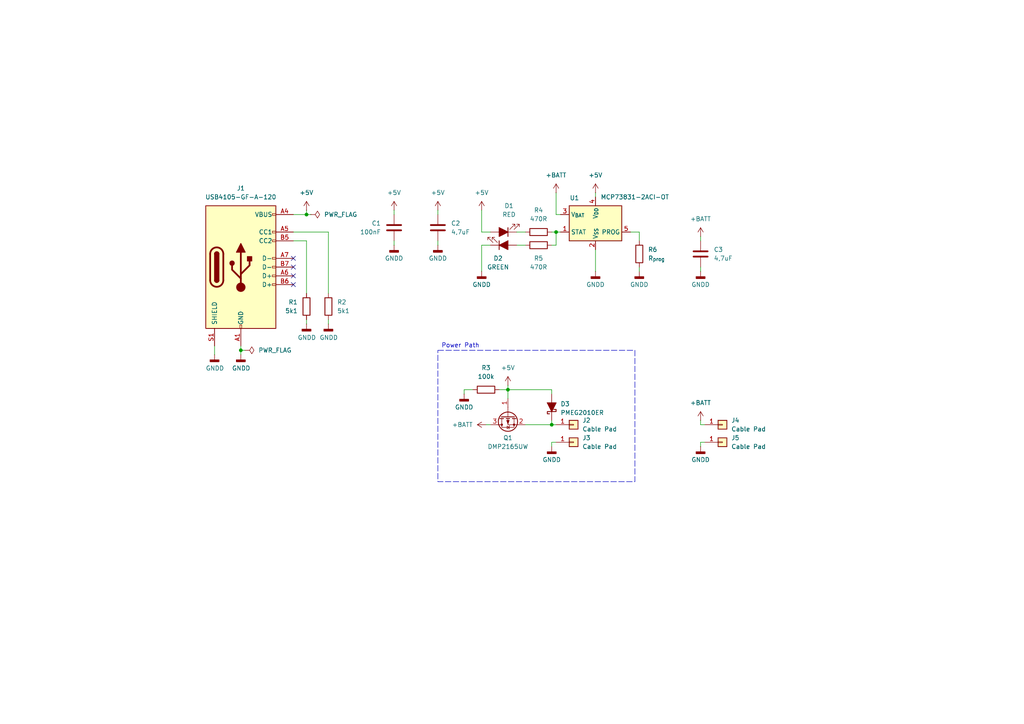
<source format=kicad_sch>
(kicad_sch (version 20231120) (generator "eeschema") (generator_version "8.0")
  (paper "A4")
  (title_block (title "LMS Charger") (date "2024-08-22") (rev "v0.2.0-L") (company "Petr Vilím"))
  (lib_symbols
    (symbol "Battery_Management:MCP73831-2-OT"
      (property "Reference" "U" (at -7.62 6.35 0))
      (property "Value" "MCP73831-2-OT" (at 1.27 6.35 0))
      (symbol "MCP73831-2-OT_0_1"
        (rectangle (start -7.62 5.08) (end 7.62 -5.08) (stroke (width 0.254)) (fill (type background)))
      )
      (symbol "MCP73831-2-OT_1_1"
        (pin tri_state line (at 10.16 -2.54 180) (length 2.54) (name "STAT") (number "1"))
        (pin power_in line (at 0 -7.62 90) (length 2.54) (name "V_{SS}") (number "2"))
        (pin power_out line (at 10.16 2.54 180) (length 2.54) (name "V_{BAT}") (number "3"))
        (pin power_in line (at 0 7.62 270) (length 2.54) (name "V_{DD}") (number "4"))
        (pin input line (at -10.16 -2.54 0) (length 2.54) (name "PROG") (number "5"))
      )
    )
    (symbol "Connector:USB_C_Receptacle_USB2.0_14P" (pin_names (offset 1.016))
      (property "Reference" "J" (at 0 22.225 0))
      (property "Value" "USB_C_Receptacle_USB2.0_14P" (at 0 19.685 0))
      (symbol "USB_C_Receptacle_USB2.0_14P_0_0"
        (rectangle (start -0.254 -17.78) (end 0.254 -16.764))
        (rectangle (start 10.16 -4.826) (end 9.144 -5.334))
        (rectangle (start 10.16 -2.286) (end 9.144 -2.794))
        (rectangle (start 10.16 0.254) (end 9.144 -0.254))
        (rectangle (start 10.16 2.794) (end 9.144 2.286))
        (rectangle (start 10.16 7.874) (end 9.144 7.366))
        (rectangle (start 10.16 10.414) (end 9.144 9.906))
        (rectangle (start 10.16 15.494) (end 9.144 14.986))
      )
      (symbol "USB_C_Receptacle_USB2.0_14P_0_1"
        (rectangle (start -10.16 17.78) (end 10.16 -17.78) (stroke (width 0.254)) (fill (type background)))
        (arc (start -8.89 -3.81) (mid -6.985 -5.7067) (end -5.08 -3.81) (stroke (width 0.508)))
        (arc (start -7.62 -3.81) (mid -6.985 -4.4423) (end -6.35 -3.81) (stroke (width 0.254)))
        (arc (start -7.62 -3.81) (mid -6.985 -4.4423) (end -6.35 -3.81) (stroke (width 0.254)) (fill (type outline)))
        (rectangle (start -7.62 -3.81) (end -6.35 3.81) (stroke (width 0.254)) (fill (type outline)))
        (arc (start -6.35 3.81) (mid -6.985 4.4423) (end -7.62 3.81) (stroke (width 0.254)))
        (arc (start -6.35 3.81) (mid -6.985 4.4423) (end -7.62 3.81) (stroke (width 0.254)) (fill (type outline)))
        (arc (start -5.08 3.81) (mid -6.985 5.7067) (end -8.89 3.81) (stroke (width 0.508)))
        (circle (center -2.54 1.143) (radius 0.635) (stroke (width 0.254)) (fill (type outline)))
        (circle (center 0 -5.842) (radius 1.27) (fill (type outline)))
        (polyline (pts (xy -8.89 -3.81) (xy -8.89 3.81)) (stroke (width 0.508)))
        (polyline (pts (xy -5.08 3.81) (xy -5.08 -3.81)) (stroke (width 0.508)))
        (polyline (pts (xy 0 -5.842) (xy 0 4.318)) (stroke (width 0.508)))
        (polyline (pts (xy 0 -3.302) (xy -2.54 -0.762) (xy -2.54 0.508)) (stroke (width 0.508)))
        (polyline (pts (xy 0 -2.032) (xy 2.54 0.508) (xy 2.54 1.778)) (stroke (width 0.508)))
        (polyline (pts (xy -1.27 4.318) (xy 0 6.858) (xy 1.27 4.318) (xy -1.27 4.318)) (stroke (width 0.254)) (fill (type outline)))
        (rectangle (start 1.905 1.778) (end 3.175 3.048) (stroke (width 0.254)) (fill (type outline)))
      )
      (symbol "USB_C_Receptacle_USB2.0_14P_1_1"
        (pin passive line (at 0 -22.86 90) (length 5.08) (name "GND") (number "A1"))
        (pin passive line (at 0 -22.86 90) (length 5.08) hide (name "GND") (number "A12"))
        (pin passive line (at 15.24 15.24 180) (length 5.08) (name "VBUS") (number "A4"))
        (pin bidirectional line (at 15.24 10.16 180) (length 5.08) (name "CC1") (number "A5"))
        (pin bidirectional line (at 15.24 -2.54 180) (length 5.08) (name "D+") (number "A6"))
        (pin bidirectional line (at 15.24 2.54 180) (length 5.08) (name "D-") (number "A7"))
        (pin passive line (at 15.24 15.24 180) (length 5.08) hide (name "VBUS") (number "A9"))
        (pin passive line (at 0 -22.86 90) (length 5.08) hide (name "GND") (number "B1"))
        (pin passive line (at 0 -22.86 90) (length 5.08) hide (name "GND") (number "B12"))
        (pin passive line (at 15.24 15.24 180) (length 5.08) hide (name "VBUS") (number "B4"))
        (pin bidirectional line (at 15.24 7.62 180) (length 5.08) (name "CC2") (number "B5"))
        (pin bidirectional line (at 15.24 -5.08 180) (length 5.08) (name "D+") (number "B6"))
        (pin bidirectional line (at 15.24 0 180) (length 5.08) (name "D-") (number "B7"))
        (pin passive line (at 15.24 15.24 180) (length 5.08) hide (name "VBUS") (number "B9"))
        (pin passive line (at -7.62 -22.86 90) (length 5.08) (name "SHIELD") (number "S1"))
      )
    )
    (symbol "Connector_Generic:Conn_01x01" (pin_names (offset 1.016) hide)
      (property "Reference" "J" (at 0 2.54 0))
      (property "Value" "Conn_01x01" (at 0 -2.54 0))
      (symbol "Conn_01x01_1_1"
        (rectangle (start -1.27 0.127) (end 0 -0.127) (stroke (width 0.1524)))
        (rectangle (start -1.27 1.27) (end 1.27 -1.27) (stroke (width 0.254)) (fill (type background)))
        (pin passive line (at -5.08 0 0) (length 3.81) (name "Pin_1") (number "1"))
      )
    )
    (symbol "Device:C" (pin_numbers hide) (pin_names (offset 0.254))
      (property "Reference" "C" (at 0.635 2.54 0))
      (property "Value" "C" (at 0.635 -2.54 0))
      (symbol "C_0_1"
        (polyline (pts (xy -2.032 -0.762) (xy 2.032 -0.762)) (stroke (width 0.508)))
        (polyline (pts (xy -2.032 0.762) (xy 2.032 0.762)) (stroke (width 0.508)))
      )
      (symbol "C_1_1"
        (pin passive line (at 0 3.81 270) (length 2.794) (name "~") (number "1"))
        (pin passive line (at 0 -3.81 90) (length 2.794) (name "~") (number "2"))
      )
    )
    (symbol "Device:D_Schottky_Filled" (pin_numbers hide) (pin_names (offset 1.016) hide)
      (property "Reference" "D" (at 0 2.54 0))
      (property "Value" "D_Schottky_Filled" (at 0 -2.54 0))
      (symbol "D_Schottky_Filled_0_1"
        (polyline (pts (xy 1.27 0) (xy -1.27 0)))
        (polyline (pts (xy 1.27 1.27) (xy 1.27 -1.27) (xy -1.27 0) (xy 1.27 1.27)) (stroke (width 0.254)) (fill (type outline)))
        (polyline (pts (xy -1.905 0.635) (xy -1.905 1.27) (xy -1.27 1.27) (xy -1.27 -1.27) (xy -0.635 -1.27) (xy -0.635 -0.635)) (stroke (width 0.254)))
      )
      (symbol "D_Schottky_Filled_1_1"
        (pin passive line (at -3.81 0 0) (length 2.54) (name "K") (number "1"))
        (pin passive line (at 3.81 0 180) (length 2.54) (name "A") (number "2"))
      )
    )
    (symbol "Device:Q_PMOS_GSD" (pin_names (offset 0) hide)
      (property "Reference" "Q" (at 5.08 1.27 0))
      (property "Value" "Q_PMOS_GSD" (at 5.08 -1.27 0))
      (symbol "Q_PMOS_GSD_0_1"
        (polyline (pts (xy 0.254 0) (xy -2.54 0)))
        (polyline (pts (xy 0.254 1.905) (xy 0.254 -1.905)) (stroke (width 0.254)))
        (polyline (pts (xy 0.762 -1.27) (xy 0.762 -2.286)) (stroke (width 0.254)))
        (polyline (pts (xy 0.762 0.508) (xy 0.762 -0.508)) (stroke (width 0.254)))
        (polyline (pts (xy 0.762 2.286) (xy 0.762 1.27)) (stroke (width 0.254)))
        (polyline (pts (xy 2.54 2.54) (xy 2.54 1.778)))
        (polyline (pts (xy 2.54 -2.54) (xy 2.54 0) (xy 0.762 0)))
        (polyline (pts (xy 0.762 1.778) (xy 3.302 1.778) (xy 3.302 -1.778) (xy 0.762 -1.778)))
        (polyline (pts (xy 2.286 0) (xy 1.27 0.381) (xy 1.27 -0.381) (xy 2.286 0)) (fill (type outline)))
        (polyline (pts (xy 2.794 -0.508) (xy 2.921 -0.381) (xy 3.683 -0.381) (xy 3.81 -0.254)))
        (polyline (pts (xy 3.302 -0.381) (xy 2.921 0.254) (xy 3.683 0.254) (xy 3.302 -0.381)))
        (circle (center 1.651 0) (radius 2.794) (stroke (width 0.254)))
        (circle (center 2.54 -1.778) (radius 0.254) (fill (type outline)))
        (circle (center 2.54 1.778) (radius 0.254) (fill (type outline)))
      )
      (symbol "Q_PMOS_GSD_1_1"
        (pin input line (at -5.08 0 0) (length 2.54) (name "G") (number "1"))
        (pin passive line (at 2.54 -5.08 90) (length 2.54) (name "S") (number "2"))
        (pin passive line (at 2.54 5.08 270) (length 2.54) (name "D") (number "3"))
      )
    )
    (symbol "Device:R" (pin_numbers hide) (pin_names (offset 0))
      (property "Reference" "R" (at 2.032 0 90))
      (property "Value" "R" (at 0 0 90))
      (symbol "R_0_1"
        (rectangle (start -1.016 -2.54) (end 1.016 2.54) (stroke (width 0.254)))
      )
      (symbol "R_1_1"
        (pin passive line (at 0 3.81 270) (length 1.27) (name "~") (number "1"))
        (pin passive line (at 0 -3.81 90) (length 1.27) (name "~") (number "2"))
      )
    )
    (symbol "V_General:LED_ALT" (pin_numbers hide) (pin_names (offset 1.016) hide)
      (property "Reference" "D?" (at -0.1778 -6.477 0))
      (property "Value" "YELLOW" (at -0.1778 -4.1656 0))
      (symbol "LED_ALT_0_1"
        (polyline (pts (xy -1.27 -1.27) (xy -1.27 1.27)) (stroke (width 0.254)))
        (polyline (pts (xy -1.27 0) (xy 1.27 0)))
        (polyline (pts (xy 1.27 -1.27) (xy 1.27 1.27) (xy -1.27 0) (xy 1.27 -1.27)) (stroke (width 0.254)) (fill (type outline)))
        (polyline (pts (xy -3.048 -0.762) (xy -4.572 -2.286) (xy -3.81 -2.286) (xy -4.572 -2.286) (xy -4.572 -1.524)))
        (polyline (pts (xy -1.778 -0.762) (xy -3.302 -2.286) (xy -2.54 -2.286) (xy -3.302 -2.286) (xy -3.302 -1.524)))
      )
      (symbol "LED_ALT_1_1"
        (pin passive line (at -3.81 0 0) (length 2.54) (name "K") (number "1"))
        (pin passive line (at 3.81 0 180) (length 2.54) (name "A") (number "2"))
      )
    )
    (symbol "power:+5V" (power) (pin_numbers hide) (pin_names (offset 0) hide)
      (property "Value" "+5V" (at 0 3.556 0))
      (symbol "+5V_0_1"
        (polyline (pts (xy -0.762 1.27) (xy 0 2.54)))
        (polyline (pts (xy 0 0) (xy 0 2.54)))
        (polyline (pts (xy 0 2.54) (xy 0.762 1.27)))
      )
      (symbol "+5V_1_1"
        (pin power_in line (at 0 0 90) (length 0) (name "~") (number "1"))
      )
    )
    (symbol "power:+BATT" (power) (pin_numbers hide) (pin_names (offset 0) hide)
      (property "Value" "+BATT" (at 0 3.556 0))
      (symbol "+BATT_0_1"
        (polyline (pts (xy -0.762 1.27) (xy 0 2.54)))
        (polyline (pts (xy 0 0) (xy 0 2.54)))
        (polyline (pts (xy 0 2.54) (xy 0.762 1.27)))
      )
      (symbol "+BATT_1_1"
        (pin power_in line (at 0 0 90) (length 0) (name "~") (number "1"))
      )
    )
    (symbol "power:GNDD" (power) (pin_numbers hide) (pin_names (offset 0) hide)
      (property "Value" "GNDD" (at 0 -3.175 0))
      (symbol "GNDD_0_1"
        (rectangle (start -1.27 -1.524) (end 1.27 -2.032) (stroke (width 0.254)) (fill (type outline)))
        (polyline (pts (xy 0 0) (xy 0 -1.524)))
      )
      (symbol "GNDD_1_1"
        (pin power_in line (at 0 0 270) (length 0) (name "~") (number "1"))
      )
    )
    (symbol "power:PWR_FLAG" (power) (pin_numbers hide) (pin_names (offset 0) hide)
      (property "Value" "PWR_FLAG" (at 0 3.81 0))
      (symbol "PWR_FLAG_0_0"
        (pin power_out line (at 0 0 90) (length 0) (name "~") (number "1"))
      )
      (symbol "PWR_FLAG_0_1"
        (polyline (pts (xy 0 0) (xy 0 1.27) (xy -1.016 1.905) (xy 0 2.54) (xy 1.016 1.905) (xy 0 1.27)))
      )
    )
  )
  (junction (at 147.32 113.03))
  (junction (at 88.9 62.23))
  (junction (at 69.85 101.6))
  (junction (at 160.02 123.19))
  (junction (at 161.29 67.31))
  (no_connect (at 85.09 80.01))
  (no_connect (at 85.09 77.47))
  (no_connect (at 85.09 74.93))
  (no_connect (at 85.09 82.55))
  (wire (pts (xy 161.29 55.88) (xy 161.29 62.23)))
  (wire (pts (xy 204.47 128.27) (xy 203.2 128.27)))
  (wire (pts (xy 142.24 67.31) (xy 139.7 67.31)))
  (wire (pts (xy 160.02 128.27) (xy 160.02 129.54)))
  (wire (pts (xy 88.9 85.09) (xy 88.9 69.85)))
  (wire (pts (xy 203.2 128.27) (xy 203.2 129.54)))
  (wire (pts (xy 69.85 101.6) (xy 71.12 101.6)))
  (wire (pts (xy 127 69.85) (xy 127 71.12)))
  (wire (pts (xy 85.09 69.85) (xy 88.9 69.85)))
  (wire (pts (xy 139.7 71.12) (xy 139.7 78.74)))
  (wire (pts (xy 182.88 67.31) (xy 185.42 67.31)))
  (wire (pts (xy 88.9 92.71) (xy 88.9 93.98)))
  (wire (pts (xy 69.85 100.33) (xy 69.85 101.6)))
  (wire (pts (xy 185.42 77.47) (xy 185.42 78.74)))
  (wire (pts (xy 160.02 121.92) (xy 160.02 123.19)))
  (wire (pts (xy 95.25 67.31) (xy 95.25 85.09)))
  (wire (pts (xy 152.4 123.19) (xy 160.02 123.19)))
  (wire (pts (xy 134.62 113.03) (xy 134.62 114.3)))
  (wire (pts (xy 203.2 121.92) (xy 203.2 123.19)))
  (wire (pts (xy 161.29 67.31) (xy 161.29 71.12)))
  (wire (pts (xy 140.97 123.19) (xy 142.24 123.19)))
  (wire (pts (xy 161.29 67.31) (xy 162.56 67.31)))
  (wire (pts (xy 88.9 60.96) (xy 88.9 62.23)))
  (wire (pts (xy 160.02 67.31) (xy 161.29 67.31)))
  (wire (pts (xy 85.09 62.23) (xy 88.9 62.23)))
  (wire (pts (xy 139.7 60.96) (xy 139.7 67.31)))
  (wire (pts (xy 144.78 113.03) (xy 147.32 113.03)))
  (wire (pts (xy 62.23 100.33) (xy 62.23 102.87)))
  (wire (pts (xy 149.86 67.31) (xy 152.4 67.31)))
  (wire (pts (xy 88.9 62.23) (xy 90.17 62.23)))
  (wire (pts (xy 185.42 67.31) (xy 185.42 69.85)))
  (wire (pts (xy 160.02 114.3) (xy 160.02 113.03)))
  (wire (pts (xy 147.32 113.03) (xy 147.32 115.57)))
  (wire (pts (xy 204.47 123.19) (xy 203.2 123.19)))
  (wire (pts (xy 161.29 128.27) (xy 160.02 128.27)))
  (wire (pts (xy 160.02 71.12) (xy 161.29 71.12)))
  (wire (pts (xy 69.85 101.6) (xy 69.85 102.87)))
  (wire (pts (xy 172.72 72.39) (xy 172.72 78.74)))
  (wire (pts (xy 203.2 68.58) (xy 203.2 69.85)))
  (wire (pts (xy 149.86 71.12) (xy 152.4 71.12)))
  (wire (pts (xy 147.32 113.03) (xy 160.02 113.03)))
  (wire (pts (xy 127 60.96) (xy 127 62.23)))
  (wire (pts (xy 160.02 123.19) (xy 161.29 123.19)))
  (wire (pts (xy 147.32 111.76) (xy 147.32 113.03)))
  (wire (pts (xy 95.25 92.71) (xy 95.25 93.98)))
  (wire (pts (xy 142.24 71.12) (xy 139.7 71.12)))
  (wire (pts (xy 114.3 60.96) (xy 114.3 62.23)))
  (wire (pts (xy 137.16 113.03) (xy 134.62 113.03)))
  (wire (pts (xy 203.2 77.47) (xy 203.2 78.74)))
  (wire (pts (xy 114.3 69.85) (xy 114.3 71.12)))
  (wire (pts (xy 85.09 67.31) (xy 95.25 67.31)))
  (wire (pts (xy 172.72 55.88) (xy 172.72 57.15)))
  (wire (pts (xy 162.56 62.23) (xy 161.29 62.23)))
  (rectangle (start 127 101.6) (end 184.15 139.7) (stroke (width 0) (type dash)))
  (text "Power Path" (at 128.016 100.33 0) (effects (font (size 1.27 1.27)) (justify left)))
  (symbol (lib_id "Device:Q_PMOS_GSD") (at 147.32 120.65 90) (mirror x) (unit 1)
    (property "Reference" "Q1" (at 147.32 127 90))
    (property "Value" "DMP2165UW" (at 147.32 129.54 90))
    (property "Footprint" "Package_TO_SOT_SMD:SOT-323_SC-70" (effects (hide yes)))
    (property "Description" "P-MOSFET transistor, gate/source/drain" (effects (hide yes)))
  )
  (symbol (lib_id "power:+5V") (at 114.3 60.96 0) (unit 1)
    (property "Reference" "#PWR06" (effects (hide yes)))
    (property "Value" "+5V" (at 114.3 55.88 0))
    (property "Description" "Power symbol creates a global label with name \"+5V\"" (effects (hide yes)))
  )
  (symbol (lib_id "Connector_Generic:Conn_01x01") (at 166.37 128.27 0) (unit 1)
    (property "Reference" "J3" (at 168.91 126.9999 0) (effects (justify left)))
    (property "Value" "Cable Pad" (at 168.91 129.5399 0) (effects (justify left)))
    (property "Footprint" "Custom_Connectors:SMD_Cable_pad_1" (effects (hide yes)))
    (property "Description" "Generic connector, single row, 01x01, script generated (kicad-library-utils/schlib/autogen/connector/)" (effects (hide yes)))
  )
  (symbol (lib_id "power:GNDD") (at 160.02 129.54 0) (unit 1)
    (property "Reference" "#PWR015" (effects (hide yes)))
    (property "Value" "GNDD" (at 160.02 133.35 0))
    (property "Description" "Power symbol creates a global label with name \"GNDD\" , digital ground" (effects (hide yes)))
  )
  (symbol (lib_id "power:PWR_FLAG") (at 71.12 101.6 270) (unit 1)
    (property "Reference" "#FLG01" (effects (hide yes)))
    (property "Value" "PWR_FLAG" (at 74.93 101.5999 90) (effects (justify left)))
    (property "Description" "Special symbol for telling ERC where power comes from" (effects (hide yes)))
  )
  (symbol (lib_id "Device:C") (at 203.2 73.66 0) (unit 1)
    (property "Reference" "C3" (at 207.01 72.3899 0) (effects (justify left)))
    (property "Value" "4,7uF" (at 207.01 74.9299 0) (effects (justify left)))
    (property "Footprint" "Capacitor_SMD:C_0603_1608Metric" (effects (hide yes)))
    (property "Description" "Unpolarized capacitor" (effects (hide yes)))
  )
  (symbol (lib_id "power:GNDD") (at 172.72 78.74 0) (unit 1)
    (property "Reference" "#PWR018" (effects (hide yes)))
    (property "Value" "GNDD" (at 172.72 82.55 0))
    (property "Description" "Power symbol creates a global label with name \"GNDD\" , digital ground" (effects (hide yes)))
  )
  (symbol (lib_id "Device:R") (at 156.21 71.12 90) (unit 1)
    (property "Reference" "R5" (at 156.21 74.93 90))
    (property "Value" "470R" (at 156.21 77.47 90))
    (property "Footprint" "Resistor_SMD:R_0603_1608Metric" (effects (hide yes)))
    (property "Description" "Resistor" (effects (hide yes)))
  )
  (symbol (lib_id "power:+BATT") (at 203.2 121.92 0) (unit 1)
    (property "Reference" "#PWR022" (effects (hide yes)))
    (property "Value" "+BATT" (at 203.2 116.84 0))
    (property "Description" "Power symbol creates a global label with name \"+BATT\"" (effects (hide yes)))
  )
  (symbol (lib_id "power:GNDD") (at 139.7 78.74 0) (unit 1)
    (property "Reference" "#PWR012" (effects (hide yes)))
    (property "Value" "GNDD" (at 139.7 82.55 0))
    (property "Description" "Power symbol creates a global label with name \"GNDD\" , digital ground" (effects (hide yes)))
  )
  (symbol (lib_id "Battery_Management:MCP73831-2-OT") (at 172.72 64.77 0) (mirror y) (unit 1)
    (property "Reference" "U1" (at 166.624 57.404 0))
    (property "Value" "MCP73831-2ACI-OT" (at 184.15 57.15 0))
    (property "Footprint" "Package_TO_SOT_SMD:SOT-23-5" (effects (hide yes)))
    (property "Datasheet" "http://ww1.microchip.com/downloads/en/DeviceDoc/20001984g.pdf" (effects (hide yes)))
    (property "Description" "Single cell, Li-Ion/Li-Po charge management controller, 4.20V, Tri-State Status Output, in SOT23-5 package" (effects (hide yes)))
  )
  (symbol (lib_id "power:GNDD") (at 134.62 114.3 0) (unit 1)
    (property "Reference" "#PWR010" (effects (hide yes)))
    (property "Value" "GNDD" (at 134.62 118.11 0))
    (property "Description" "Power symbol creates a global label with name \"GNDD\" , digital ground" (effects (hide yes)))
  )
  (symbol (lib_id "power:+5V") (at 127 60.96 0) (mirror y) (unit 1)
    (property "Reference" "#PWR08" (effects (hide yes)))
    (property "Value" "+5V" (at 127 55.88 0))
    (property "Description" "Power symbol creates a global label with name \"+5V\"" (effects (hide yes)))
  )
  (symbol (lib_id "power:GNDD") (at 95.25 93.98 0) (unit 1)
    (property "Reference" "#PWR05" (effects (hide yes)))
    (property "Value" "GNDD" (at 95.3516 97.917 0))
  )
  (symbol (lib_id "Device:R") (at 140.97 113.03 270) (mirror x) (unit 1)
    (property "Reference" "R3" (at 140.97 106.68 90))
    (property "Value" "100k" (at 140.97 109.22 90))
    (property "Footprint" "Resistor_SMD:R_0603_1608Metric" (effects (hide yes)))
    (property "Description" "Resistor" (effects (hide yes)))
  )
  (symbol (lib_id "power:GNDD") (at 62.23 102.87 0) (unit 1)
    (property "Reference" "#PWR01" (effects (hide yes)))
    (property "Value" "GNDD" (at 62.3316 106.807 0))
  )
  (symbol (lib_id "V_General:LED_ALT") (at 146.05 67.31 180) (unit 1)
    (property "Reference" "D1" (at 147.6375 59.69 0))
    (property "Value" "RED" (at 147.6375 62.23 0))
    (property "Footprint" "LED_SMD:LED_0603_1608Metric" (effects (hide yes)))
  )
  (symbol (lib_id "power:+BATT") (at 203.2 68.58 0) (unit 1)
    (property "Reference" "#PWR020" (effects (hide yes)))
    (property "Value" "+BATT" (at 203.2 63.5 0))
    (property "Description" "Power symbol creates a global label with name \"+BATT\"" (effects (hide yes)))
  )
  (symbol (lib_id "Device:R") (at 95.25 88.9 0) (unit 1)
    (property "Reference" "R2" (at 97.79 87.63 0) (effects (justify left)))
    (property "Value" "5k1" (at 97.79 90.17 0) (effects (justify left)))
    (property "Footprint" "Resistor_SMD:R_0603_1608Metric" (effects (hide yes)))
  )
  (symbol (lib_id "power:+BATT") (at 140.97 123.19 90) (unit 1)
    (property "Reference" "#PWR013" (effects (hide yes)))
    (property "Value" "+BATT" (at 137.16 123.1899 90) (effects (justify left)))
    (property "Description" "Power symbol creates a global label with name \"+BATT\"" (effects (hide yes)))
  )
  (symbol (lib_id "Connector_Generic:Conn_01x01") (at 209.55 128.27 0) (unit 1)
    (property "Reference" "J5" (at 212.09 126.9999 0) (effects (justify left)))
    (property "Value" "Cable Pad" (at 212.09 129.5399 0) (effects (justify left)))
    (property "Footprint" "Custom_Connectors:SMD_Cable_pad_1" (effects (hide yes)))
    (property "Description" "Generic connector, single row, 01x01, script generated (kicad-library-utils/schlib/autogen/connector/)" (effects (hide yes)))
  )
  (symbol (lib_id "Device:R") (at 88.9 88.9 0) (mirror y) (unit 1)
    (property "Reference" "R1" (at 86.36 87.63 0) (effects (justify left)))
    (property "Value" "5k1" (at 86.36 90.17 0) (effects (justify left)))
    (property "Footprint" "Resistor_SMD:R_0603_1608Metric" (effects (hide yes)))
  )
  (symbol (lib_id "power:+5V") (at 172.72 55.88 0) (unit 1)
    (property "Reference" "#PWR017" (effects (hide yes)))
    (property "Value" "+5V" (at 172.72 50.8 0))
    (property "Description" "Power symbol creates a global label with name \"+5V\"" (effects (hide yes)))
  )
  (symbol (lib_id "Device:R") (at 185.42 73.66 0) (mirror y) (unit 1)
    (property "Reference" "R6" (at 187.96 72.3899 0) (effects (justify right)))
    (property "Value" "R_{prog}" (at 187.96 74.9299 0) (effects (justify right)))
    (property "Footprint" "Resistor_SMD:R_0603_1608Metric" (effects (hide yes)))
    (property "Description" "Resistor" (effects (hide yes)))
  )
  (symbol (lib_id "Device:C") (at 114.3 66.04 0) (mirror y) (unit 1)
    (property "Reference" "C1" (at 110.49 64.7699 0) (effects (justify left)))
    (property "Value" "100nF" (at 110.49 67.3099 0) (effects (justify left)))
    (property "Footprint" "Capacitor_SMD:C_0603_1608Metric" (effects (hide yes)))
    (property "Description" "Unpolarized capacitor" (effects (hide yes)))
  )
  (symbol (lib_id "V_General:LED_ALT") (at 146.05 71.12 0) (mirror x) (unit 1)
    (property "Reference" "D2" (at 144.4625 74.93 0))
    (property "Value" "GREEN" (at 144.4625 77.47 0))
    (property "Footprint" "LED_SMD:LED_0603_1608Metric" (effects (hide yes)))
  )
  (symbol (lib_id "power:GNDD") (at 185.42 78.74 0) (mirror y) (unit 1)
    (property "Reference" "#PWR019" (effects (hide yes)))
    (property "Value" "GNDD" (at 185.42 82.55 0))
    (property "Description" "Power symbol creates a global label with name \"GNDD\" , digital ground" (effects (hide yes)))
  )
  (symbol (lib_id "power:+5V") (at 88.9 60.96 0) (unit 1)
    (property "Reference" "#PWR03" (effects (hide yes)))
    (property "Value" "+5V" (at 88.9 55.88 0))
    (property "Description" "Power symbol creates a global label with name \"+5V\"" (effects (hide yes)))
  )
  (symbol (lib_id "power:+5V") (at 139.7 60.96 0) (unit 1)
    (property "Reference" "#PWR011" (effects (hide yes)))
    (property "Value" "+5V" (at 139.7 55.88 0))
    (property "Description" "Power symbol creates a global label with name \"+5V\"" (effects (hide yes)))
  )
  (symbol (lib_id "power:GNDD") (at 203.2 129.54 0) (unit 1)
    (property "Reference" "#PWR023" (effects (hide yes)))
    (property "Value" "GNDD" (at 203.2 133.35 0))
    (property "Description" "Power symbol creates a global label with name \"GNDD\" , digital ground" (effects (hide yes)))
  )
  (symbol (lib_id "Connector_Generic:Conn_01x01") (at 166.37 123.19 0) (unit 1)
    (property "Reference" "J2" (at 168.91 121.9199 0) (effects (justify left)))
    (property "Value" "Cable Pad" (at 168.91 124.4599 0) (effects (justify left)))
    (property "Footprint" "Custom_Connectors:SMD_Cable_pad_1" (effects (hide yes)))
    (property "Description" "Generic connector, single row, 01x01, script generated (kicad-library-utils/schlib/autogen/connector/)" (effects (hide yes)))
  )
  (symbol (lib_id "power:+5V") (at 147.32 111.76 0) (unit 1)
    (property "Reference" "#PWR014" (effects (hide yes)))
    (property "Value" "+5V" (at 147.32 106.68 0))
    (property "Description" "Power symbol creates a global label with name \"+5V\"" (effects (hide yes)))
  )
  (symbol (lib_id "power:+BATT") (at 161.29 55.88 0) (unit 1)
    (property "Reference" "#PWR016" (effects (hide yes)))
    (property "Value" "+BATT" (at 161.29 50.8 0))
    (property "Description" "Power symbol creates a global label with name \"+BATT\"" (effects (hide yes)))
  )
  (symbol (lib_id "Device:R") (at 156.21 67.31 90) (unit 1)
    (property "Reference" "R4" (at 156.21 60.96 90))
    (property "Value" "470R" (at 156.21 63.5 90))
    (property "Footprint" "Resistor_SMD:R_0603_1608Metric" (effects (hide yes)))
    (property "Description" "Resistor" (effects (hide yes)))
  )
  (symbol (lib_id "power:GNDD") (at 114.3 71.12 0) (unit 1)
    (property "Reference" "#PWR07" (effects (hide yes)))
    (property "Value" "GNDD" (at 114.3 74.93 0))
    (property "Description" "Power symbol creates a global label with name \"GNDD\" , digital ground" (effects (hide yes)))
  )
  (symbol (lib_id "power:GNDD") (at 203.2 78.74 0) (unit 1)
    (property "Reference" "#PWR021" (effects (hide yes)))
    (property "Value" "GNDD" (at 203.2 82.55 0))
    (property "Description" "Power symbol creates a global label with name \"GNDD\" , digital ground" (effects (hide yes)))
  )
  (symbol (lib_id "power:GNDD") (at 127 71.12 0) (mirror y) (unit 1)
    (property "Reference" "#PWR09" (effects (hide yes)))
    (property "Value" "GNDD" (at 127 74.93 0))
    (property "Description" "Power symbol creates a global label with name \"GNDD\" , digital ground" (effects (hide yes)))
  )
  (symbol (lib_id "power:GNDD") (at 69.85 102.87 0) (unit 1)
    (property "Reference" "#PWR02" (effects (hide yes)))
    (property "Value" "GNDD" (at 69.9516 106.807 0))
  )
  (symbol (lib_id "power:PWR_FLAG") (at 90.17 62.23 270) (unit 1)
    (property "Reference" "#FLG02" (effects (hide yes)))
    (property "Value" "PWR_FLAG" (at 93.98 62.2299 90) (effects (justify left)))
    (property "Description" "Special symbol for telling ERC where power comes from" (effects (hide yes)))
  )
  (symbol (lib_id "Connector_Generic:Conn_01x01") (at 209.55 123.19 0) (unit 1)
    (property "Reference" "J4" (at 212.09 121.9199 0) (effects (justify left)))
    (property "Value" "Cable Pad" (at 212.09 124.4599 0) (effects (justify left)))
    (property "Footprint" "Custom_Connectors:SMD_Cable_pad_1" (effects (hide yes)))
    (property "Description" "Generic connector, single row, 01x01, script generated (kicad-library-utils/schlib/autogen/connector/)" (effects (hide yes)))
  )
  (symbol (lib_id "Device:D_Schottky_Filled") (at 160.02 118.11 90) (unit 1)
    (property "Reference" "D3" (at 162.56 117.1574 90) (effects (justify right)))
    (property "Value" "PMEG2010ER" (at 162.56 119.6974 90) (effects (justify right)))
    (property "Footprint" "Diode_SMD:Nexperia_CFP3_SOD-123W" (effects (hide yes)))
    (property "Description" "Schottky diode, filled shape" (effects (hide yes)))
  )
  (symbol (lib_id "power:GNDD") (at 88.9 93.98 0) (unit 1)
    (property "Reference" "#PWR04" (effects (hide yes)))
    (property "Value" "GNDD" (at 89.0016 97.917 0))
  )
  (symbol (lib_id "Device:C") (at 127 66.04 0) (unit 1)
    (property "Reference" "C2" (at 130.81 64.7699 0) (effects (justify left)))
    (property "Value" "4,7uF" (at 130.81 67.3099 0) (effects (justify left)))
    (property "Footprint" "Capacitor_SMD:C_0603_1608Metric" (effects (hide yes)))
    (property "Description" "Unpolarized capacitor" (effects (hide yes)))
  )
  (symbol (lib_id "Connector:USB_C_Receptacle_USB2.0_14P") (at 69.85 77.47 0) (unit 1)
    (property "Reference" "J1" (at 69.85 54.61 0))
    (property "Value" "USB4105-GF-A-120" (at 69.85 57.15 0))
    (property "Footprint" "Connector_USB:USB_C_Receptacle_GCT_USB4105-xx-A_16P_TopMnt_Horizontal" (effects (hide yes)))
    (property "Datasheet" "https://www.usb.org/sites/default/files/documents/usb_type-c.zip" (effects (hide yes)))
  )
)
</source>
